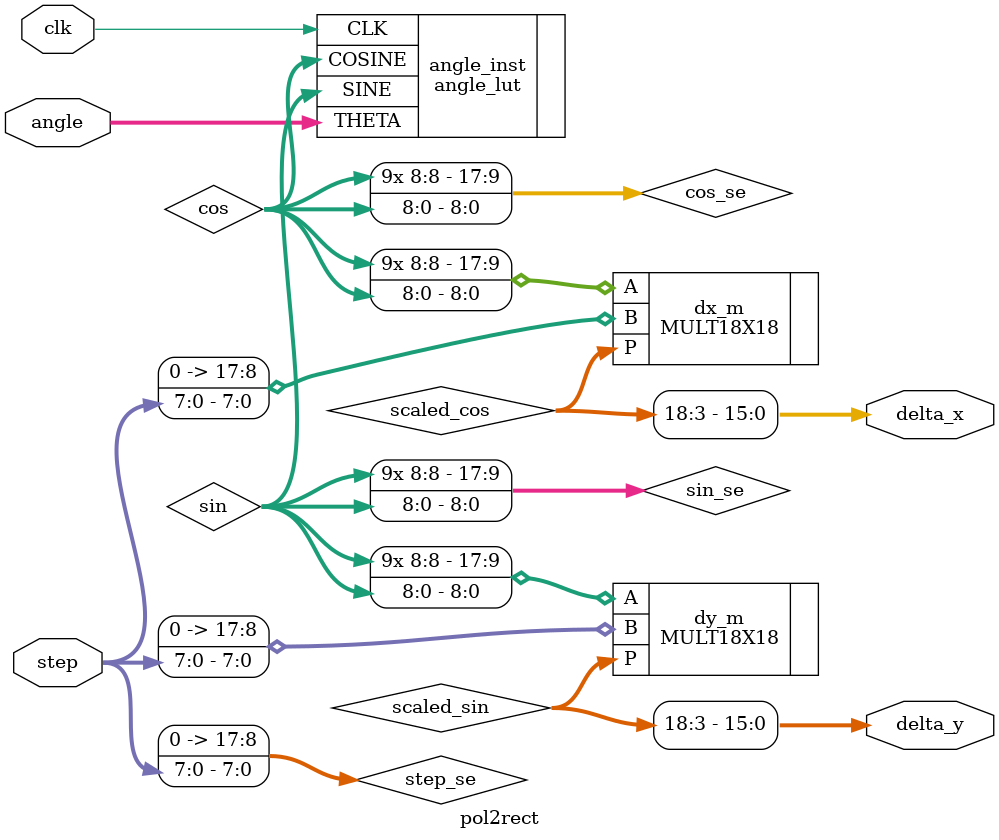
<source format=v>

`timescale 1 ns / 1 ps

module pol2rect
  (
  input  wire  [7:0] angle,
  input  wire  [7:0] step,
  input  wire        clk,

  output wire [15:0] delta_x,
  output wire [15:0] delta_y
  );

  //******************************************************************//
  // Convert angle in 8.0 unsigned format to sin and cos.  The angle  //
  // is the angle by which the coordinate system is rotated counter   //
  // clockwise (e.g. an angle of 64 generates a coordinate rotate by  //
  // 45 degress, which is in quadrant 0).  When the coordinate system //
  // is rotated counter clock wise, the re-sampled data will move in  //
  // the opposite direction.  That is, clockwise.                     //
  //******************************************************************//

  wire    [8:0] sin;
  wire    [8:0] cos;
  wire   [17:0] sin_se;
  wire   [17:0] cos_se;

  angle_lut angle_inst (.THETA(angle),.SINE(sin),.COSINE(cos),.CLK(clk));

  assign sin_se = {{9{sin[8]}},sin};
  assign cos_se = {{9{cos[8]}},cos};

  //******************************************************************//
  // Scale sin and cos by step in 4.4 unsigned format.  Note that the //
  // step size is the inverse of scale (e.g. a step of 2 generates a  //
  // scale of 0.5)                                                    //
  //******************************************************************//

  wire   [17:0] step_se;

  assign step_se = {10'b0000000000,step};

  wire   [35:0] scaled_sin;
  wire   [35:0] scaled_cos;

  MULT18X18 dy_m (.A(sin_se),.B(step_se),.P(scaled_sin));
  MULT18X18 dx_m (.A(cos_se),.B(step_se),.P(scaled_cos));

  assign delta_x = scaled_cos[18:3]; // 8.8 signed, truncated values
  assign delta_y = scaled_sin[18:3]; // 8.8 signed, truncated values

  //******************************************************************//
  //                                                                  //
  //******************************************************************//

endmodule
</source>
